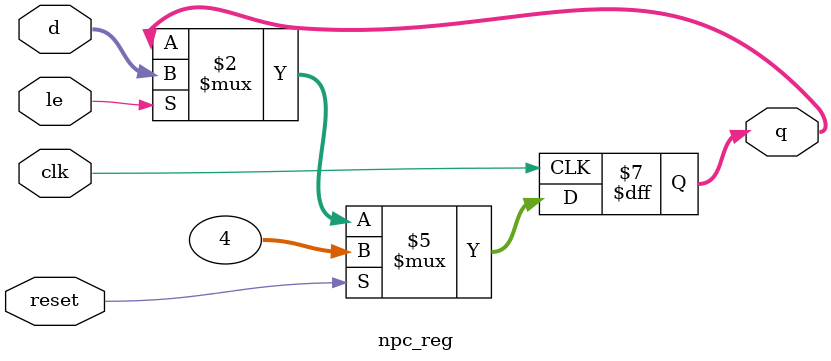
<source format=v>

module npc_reg (
    input  wire        clk,
    input  wire        reset,
    input  wire        le,
    input  wire [31:0] d,
    output reg  [31:0] q
);
    always @(posedge clk) begin
        if (reset)
            q <= 32'd4;   // nPC reset value = 4
        else if (le)
            q <= d;
    end
endmodule

</source>
